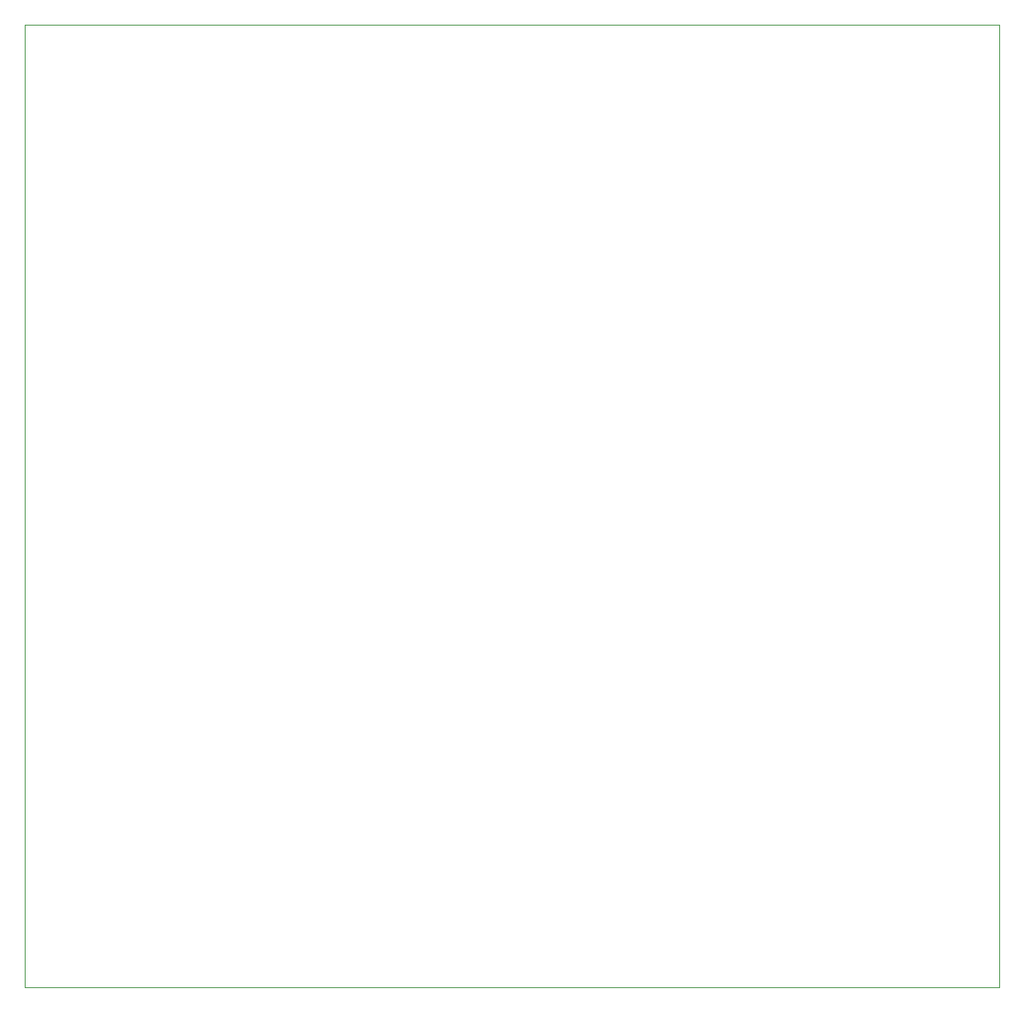
<source format=gbr>
G04 #@! TF.GenerationSoftware,KiCad,Pcbnew,(5.0.1)-4*
G04 #@! TF.CreationDate,2019-01-26T01:26:41+08:00*
G04 #@! TF.ProjectId,VGMPlayer,56474D506C617965722E6B696361645F,rev?*
G04 #@! TF.SameCoordinates,Original*
G04 #@! TF.FileFunction,Profile,NP*
%FSLAX46Y46*%
G04 Gerber Fmt 4.6, Leading zero omitted, Abs format (unit mm)*
G04 Created by KiCad (PCBNEW (5.0.1)-4) date 26/1/2019 1:26:41*
%MOMM*%
%LPD*%
G01*
G04 APERTURE LIST*
%ADD10C,0.100000*%
G04 APERTURE END LIST*
D10*
X20015200Y-121183400D02*
X20015200Y-22352000D01*
X119989600Y-121183400D02*
X20015200Y-121183400D01*
X119989600Y-22352000D02*
X119989600Y-121183400D01*
X20015200Y-22352000D02*
X119989600Y-22352000D01*
M02*

</source>
